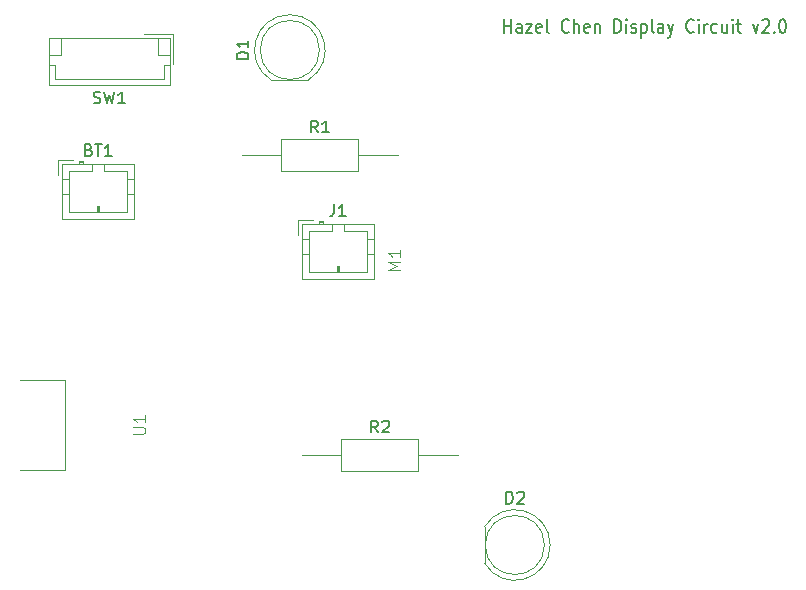
<source format=gbr>
%TF.GenerationSoftware,KiCad,Pcbnew,8.0.8*%
%TF.CreationDate,2025-03-02T00:43:29-07:00*%
%TF.ProjectId,techin514-final-project,74656368-696e-4353-9134-2d66696e616c,rev?*%
%TF.SameCoordinates,Original*%
%TF.FileFunction,Legend,Top*%
%TF.FilePolarity,Positive*%
%FSLAX46Y46*%
G04 Gerber Fmt 4.6, Leading zero omitted, Abs format (unit mm)*
G04 Created by KiCad (PCBNEW 8.0.8) date 2025-03-02 00:43:29*
%MOMM*%
%LPD*%
G01*
G04 APERTURE LIST*
%ADD10C,0.200000*%
%ADD11C,0.150000*%
%ADD12C,0.100000*%
%ADD13C,0.120000*%
G04 APERTURE END LIST*
D10*
X104509673Y-63342742D02*
X104509673Y-62142742D01*
X104509673Y-62714171D02*
X105081101Y-62714171D01*
X105081101Y-63342742D02*
X105081101Y-62142742D01*
X105985863Y-63342742D02*
X105985863Y-62714171D01*
X105985863Y-62714171D02*
X105938244Y-62599885D01*
X105938244Y-62599885D02*
X105843006Y-62542742D01*
X105843006Y-62542742D02*
X105652530Y-62542742D01*
X105652530Y-62542742D02*
X105557292Y-62599885D01*
X105985863Y-63285600D02*
X105890625Y-63342742D01*
X105890625Y-63342742D02*
X105652530Y-63342742D01*
X105652530Y-63342742D02*
X105557292Y-63285600D01*
X105557292Y-63285600D02*
X105509673Y-63171314D01*
X105509673Y-63171314D02*
X105509673Y-63057028D01*
X105509673Y-63057028D02*
X105557292Y-62942742D01*
X105557292Y-62942742D02*
X105652530Y-62885600D01*
X105652530Y-62885600D02*
X105890625Y-62885600D01*
X105890625Y-62885600D02*
X105985863Y-62828457D01*
X106366816Y-62542742D02*
X106890625Y-62542742D01*
X106890625Y-62542742D02*
X106366816Y-63342742D01*
X106366816Y-63342742D02*
X106890625Y-63342742D01*
X107652530Y-63285600D02*
X107557292Y-63342742D01*
X107557292Y-63342742D02*
X107366816Y-63342742D01*
X107366816Y-63342742D02*
X107271578Y-63285600D01*
X107271578Y-63285600D02*
X107223959Y-63171314D01*
X107223959Y-63171314D02*
X107223959Y-62714171D01*
X107223959Y-62714171D02*
X107271578Y-62599885D01*
X107271578Y-62599885D02*
X107366816Y-62542742D01*
X107366816Y-62542742D02*
X107557292Y-62542742D01*
X107557292Y-62542742D02*
X107652530Y-62599885D01*
X107652530Y-62599885D02*
X107700149Y-62714171D01*
X107700149Y-62714171D02*
X107700149Y-62828457D01*
X107700149Y-62828457D02*
X107223959Y-62942742D01*
X108271578Y-63342742D02*
X108176340Y-63285600D01*
X108176340Y-63285600D02*
X108128721Y-63171314D01*
X108128721Y-63171314D02*
X108128721Y-62142742D01*
X109985864Y-63228457D02*
X109938245Y-63285600D01*
X109938245Y-63285600D02*
X109795388Y-63342742D01*
X109795388Y-63342742D02*
X109700150Y-63342742D01*
X109700150Y-63342742D02*
X109557293Y-63285600D01*
X109557293Y-63285600D02*
X109462055Y-63171314D01*
X109462055Y-63171314D02*
X109414436Y-63057028D01*
X109414436Y-63057028D02*
X109366817Y-62828457D01*
X109366817Y-62828457D02*
X109366817Y-62657028D01*
X109366817Y-62657028D02*
X109414436Y-62428457D01*
X109414436Y-62428457D02*
X109462055Y-62314171D01*
X109462055Y-62314171D02*
X109557293Y-62199885D01*
X109557293Y-62199885D02*
X109700150Y-62142742D01*
X109700150Y-62142742D02*
X109795388Y-62142742D01*
X109795388Y-62142742D02*
X109938245Y-62199885D01*
X109938245Y-62199885D02*
X109985864Y-62257028D01*
X110414436Y-63342742D02*
X110414436Y-62142742D01*
X110843007Y-63342742D02*
X110843007Y-62714171D01*
X110843007Y-62714171D02*
X110795388Y-62599885D01*
X110795388Y-62599885D02*
X110700150Y-62542742D01*
X110700150Y-62542742D02*
X110557293Y-62542742D01*
X110557293Y-62542742D02*
X110462055Y-62599885D01*
X110462055Y-62599885D02*
X110414436Y-62657028D01*
X111700150Y-63285600D02*
X111604912Y-63342742D01*
X111604912Y-63342742D02*
X111414436Y-63342742D01*
X111414436Y-63342742D02*
X111319198Y-63285600D01*
X111319198Y-63285600D02*
X111271579Y-63171314D01*
X111271579Y-63171314D02*
X111271579Y-62714171D01*
X111271579Y-62714171D02*
X111319198Y-62599885D01*
X111319198Y-62599885D02*
X111414436Y-62542742D01*
X111414436Y-62542742D02*
X111604912Y-62542742D01*
X111604912Y-62542742D02*
X111700150Y-62599885D01*
X111700150Y-62599885D02*
X111747769Y-62714171D01*
X111747769Y-62714171D02*
X111747769Y-62828457D01*
X111747769Y-62828457D02*
X111271579Y-62942742D01*
X112176341Y-62542742D02*
X112176341Y-63342742D01*
X112176341Y-62657028D02*
X112223960Y-62599885D01*
X112223960Y-62599885D02*
X112319198Y-62542742D01*
X112319198Y-62542742D02*
X112462055Y-62542742D01*
X112462055Y-62542742D02*
X112557293Y-62599885D01*
X112557293Y-62599885D02*
X112604912Y-62714171D01*
X112604912Y-62714171D02*
X112604912Y-63342742D01*
X113843008Y-63342742D02*
X113843008Y-62142742D01*
X113843008Y-62142742D02*
X114081103Y-62142742D01*
X114081103Y-62142742D02*
X114223960Y-62199885D01*
X114223960Y-62199885D02*
X114319198Y-62314171D01*
X114319198Y-62314171D02*
X114366817Y-62428457D01*
X114366817Y-62428457D02*
X114414436Y-62657028D01*
X114414436Y-62657028D02*
X114414436Y-62828457D01*
X114414436Y-62828457D02*
X114366817Y-63057028D01*
X114366817Y-63057028D02*
X114319198Y-63171314D01*
X114319198Y-63171314D02*
X114223960Y-63285600D01*
X114223960Y-63285600D02*
X114081103Y-63342742D01*
X114081103Y-63342742D02*
X113843008Y-63342742D01*
X114843008Y-63342742D02*
X114843008Y-62542742D01*
X114843008Y-62142742D02*
X114795389Y-62199885D01*
X114795389Y-62199885D02*
X114843008Y-62257028D01*
X114843008Y-62257028D02*
X114890627Y-62199885D01*
X114890627Y-62199885D02*
X114843008Y-62142742D01*
X114843008Y-62142742D02*
X114843008Y-62257028D01*
X115271579Y-63285600D02*
X115366817Y-63342742D01*
X115366817Y-63342742D02*
X115557293Y-63342742D01*
X115557293Y-63342742D02*
X115652531Y-63285600D01*
X115652531Y-63285600D02*
X115700150Y-63171314D01*
X115700150Y-63171314D02*
X115700150Y-63114171D01*
X115700150Y-63114171D02*
X115652531Y-62999885D01*
X115652531Y-62999885D02*
X115557293Y-62942742D01*
X115557293Y-62942742D02*
X115414436Y-62942742D01*
X115414436Y-62942742D02*
X115319198Y-62885600D01*
X115319198Y-62885600D02*
X115271579Y-62771314D01*
X115271579Y-62771314D02*
X115271579Y-62714171D01*
X115271579Y-62714171D02*
X115319198Y-62599885D01*
X115319198Y-62599885D02*
X115414436Y-62542742D01*
X115414436Y-62542742D02*
X115557293Y-62542742D01*
X115557293Y-62542742D02*
X115652531Y-62599885D01*
X116128722Y-62542742D02*
X116128722Y-63742742D01*
X116128722Y-62599885D02*
X116223960Y-62542742D01*
X116223960Y-62542742D02*
X116414436Y-62542742D01*
X116414436Y-62542742D02*
X116509674Y-62599885D01*
X116509674Y-62599885D02*
X116557293Y-62657028D01*
X116557293Y-62657028D02*
X116604912Y-62771314D01*
X116604912Y-62771314D02*
X116604912Y-63114171D01*
X116604912Y-63114171D02*
X116557293Y-63228457D01*
X116557293Y-63228457D02*
X116509674Y-63285600D01*
X116509674Y-63285600D02*
X116414436Y-63342742D01*
X116414436Y-63342742D02*
X116223960Y-63342742D01*
X116223960Y-63342742D02*
X116128722Y-63285600D01*
X117176341Y-63342742D02*
X117081103Y-63285600D01*
X117081103Y-63285600D02*
X117033484Y-63171314D01*
X117033484Y-63171314D02*
X117033484Y-62142742D01*
X117985865Y-63342742D02*
X117985865Y-62714171D01*
X117985865Y-62714171D02*
X117938246Y-62599885D01*
X117938246Y-62599885D02*
X117843008Y-62542742D01*
X117843008Y-62542742D02*
X117652532Y-62542742D01*
X117652532Y-62542742D02*
X117557294Y-62599885D01*
X117985865Y-63285600D02*
X117890627Y-63342742D01*
X117890627Y-63342742D02*
X117652532Y-63342742D01*
X117652532Y-63342742D02*
X117557294Y-63285600D01*
X117557294Y-63285600D02*
X117509675Y-63171314D01*
X117509675Y-63171314D02*
X117509675Y-63057028D01*
X117509675Y-63057028D02*
X117557294Y-62942742D01*
X117557294Y-62942742D02*
X117652532Y-62885600D01*
X117652532Y-62885600D02*
X117890627Y-62885600D01*
X117890627Y-62885600D02*
X117985865Y-62828457D01*
X118366818Y-62542742D02*
X118604913Y-63342742D01*
X118843008Y-62542742D02*
X118604913Y-63342742D01*
X118604913Y-63342742D02*
X118509675Y-63628457D01*
X118509675Y-63628457D02*
X118462056Y-63685600D01*
X118462056Y-63685600D02*
X118366818Y-63742742D01*
X120557294Y-63228457D02*
X120509675Y-63285600D01*
X120509675Y-63285600D02*
X120366818Y-63342742D01*
X120366818Y-63342742D02*
X120271580Y-63342742D01*
X120271580Y-63342742D02*
X120128723Y-63285600D01*
X120128723Y-63285600D02*
X120033485Y-63171314D01*
X120033485Y-63171314D02*
X119985866Y-63057028D01*
X119985866Y-63057028D02*
X119938247Y-62828457D01*
X119938247Y-62828457D02*
X119938247Y-62657028D01*
X119938247Y-62657028D02*
X119985866Y-62428457D01*
X119985866Y-62428457D02*
X120033485Y-62314171D01*
X120033485Y-62314171D02*
X120128723Y-62199885D01*
X120128723Y-62199885D02*
X120271580Y-62142742D01*
X120271580Y-62142742D02*
X120366818Y-62142742D01*
X120366818Y-62142742D02*
X120509675Y-62199885D01*
X120509675Y-62199885D02*
X120557294Y-62257028D01*
X120985866Y-63342742D02*
X120985866Y-62542742D01*
X120985866Y-62142742D02*
X120938247Y-62199885D01*
X120938247Y-62199885D02*
X120985866Y-62257028D01*
X120985866Y-62257028D02*
X121033485Y-62199885D01*
X121033485Y-62199885D02*
X120985866Y-62142742D01*
X120985866Y-62142742D02*
X120985866Y-62257028D01*
X121462056Y-63342742D02*
X121462056Y-62542742D01*
X121462056Y-62771314D02*
X121509675Y-62657028D01*
X121509675Y-62657028D02*
X121557294Y-62599885D01*
X121557294Y-62599885D02*
X121652532Y-62542742D01*
X121652532Y-62542742D02*
X121747770Y-62542742D01*
X122509675Y-63285600D02*
X122414437Y-63342742D01*
X122414437Y-63342742D02*
X122223961Y-63342742D01*
X122223961Y-63342742D02*
X122128723Y-63285600D01*
X122128723Y-63285600D02*
X122081104Y-63228457D01*
X122081104Y-63228457D02*
X122033485Y-63114171D01*
X122033485Y-63114171D02*
X122033485Y-62771314D01*
X122033485Y-62771314D02*
X122081104Y-62657028D01*
X122081104Y-62657028D02*
X122128723Y-62599885D01*
X122128723Y-62599885D02*
X122223961Y-62542742D01*
X122223961Y-62542742D02*
X122414437Y-62542742D01*
X122414437Y-62542742D02*
X122509675Y-62599885D01*
X123366818Y-62542742D02*
X123366818Y-63342742D01*
X122938247Y-62542742D02*
X122938247Y-63171314D01*
X122938247Y-63171314D02*
X122985866Y-63285600D01*
X122985866Y-63285600D02*
X123081104Y-63342742D01*
X123081104Y-63342742D02*
X123223961Y-63342742D01*
X123223961Y-63342742D02*
X123319199Y-63285600D01*
X123319199Y-63285600D02*
X123366818Y-63228457D01*
X123843009Y-63342742D02*
X123843009Y-62542742D01*
X123843009Y-62142742D02*
X123795390Y-62199885D01*
X123795390Y-62199885D02*
X123843009Y-62257028D01*
X123843009Y-62257028D02*
X123890628Y-62199885D01*
X123890628Y-62199885D02*
X123843009Y-62142742D01*
X123843009Y-62142742D02*
X123843009Y-62257028D01*
X124176342Y-62542742D02*
X124557294Y-62542742D01*
X124319199Y-62142742D02*
X124319199Y-63171314D01*
X124319199Y-63171314D02*
X124366818Y-63285600D01*
X124366818Y-63285600D02*
X124462056Y-63342742D01*
X124462056Y-63342742D02*
X124557294Y-63342742D01*
X125557295Y-62542742D02*
X125795390Y-63342742D01*
X125795390Y-63342742D02*
X126033485Y-62542742D01*
X126366819Y-62257028D02*
X126414438Y-62199885D01*
X126414438Y-62199885D02*
X126509676Y-62142742D01*
X126509676Y-62142742D02*
X126747771Y-62142742D01*
X126747771Y-62142742D02*
X126843009Y-62199885D01*
X126843009Y-62199885D02*
X126890628Y-62257028D01*
X126890628Y-62257028D02*
X126938247Y-62371314D01*
X126938247Y-62371314D02*
X126938247Y-62485600D01*
X126938247Y-62485600D02*
X126890628Y-62657028D01*
X126890628Y-62657028D02*
X126319200Y-63342742D01*
X126319200Y-63342742D02*
X126938247Y-63342742D01*
X127366819Y-63228457D02*
X127414438Y-63285600D01*
X127414438Y-63285600D02*
X127366819Y-63342742D01*
X127366819Y-63342742D02*
X127319200Y-63285600D01*
X127319200Y-63285600D02*
X127366819Y-63228457D01*
X127366819Y-63228457D02*
X127366819Y-63342742D01*
X128033485Y-62142742D02*
X128128723Y-62142742D01*
X128128723Y-62142742D02*
X128223961Y-62199885D01*
X128223961Y-62199885D02*
X128271580Y-62257028D01*
X128271580Y-62257028D02*
X128319199Y-62371314D01*
X128319199Y-62371314D02*
X128366818Y-62599885D01*
X128366818Y-62599885D02*
X128366818Y-62885600D01*
X128366818Y-62885600D02*
X128319199Y-63114171D01*
X128319199Y-63114171D02*
X128271580Y-63228457D01*
X128271580Y-63228457D02*
X128223961Y-63285600D01*
X128223961Y-63285600D02*
X128128723Y-63342742D01*
X128128723Y-63342742D02*
X128033485Y-63342742D01*
X128033485Y-63342742D02*
X127938247Y-63285600D01*
X127938247Y-63285600D02*
X127890628Y-63228457D01*
X127890628Y-63228457D02*
X127843009Y-63114171D01*
X127843009Y-63114171D02*
X127795390Y-62885600D01*
X127795390Y-62885600D02*
X127795390Y-62599885D01*
X127795390Y-62599885D02*
X127843009Y-62371314D01*
X127843009Y-62371314D02*
X127890628Y-62257028D01*
X127890628Y-62257028D02*
X127938247Y-62199885D01*
X127938247Y-62199885D02*
X128033485Y-62142742D01*
D11*
X90106666Y-77834819D02*
X90106666Y-78549104D01*
X90106666Y-78549104D02*
X90059047Y-78691961D01*
X90059047Y-78691961D02*
X89963809Y-78787200D01*
X89963809Y-78787200D02*
X89820952Y-78834819D01*
X89820952Y-78834819D02*
X89725714Y-78834819D01*
X91106666Y-78834819D02*
X90535238Y-78834819D01*
X90820952Y-78834819D02*
X90820952Y-77834819D01*
X90820952Y-77834819D02*
X90725714Y-77977676D01*
X90725714Y-77977676D02*
X90630476Y-78072914D01*
X90630476Y-78072914D02*
X90535238Y-78120533D01*
X104671905Y-103174819D02*
X104671905Y-102174819D01*
X104671905Y-102174819D02*
X104910000Y-102174819D01*
X104910000Y-102174819D02*
X105052857Y-102222438D01*
X105052857Y-102222438D02*
X105148095Y-102317676D01*
X105148095Y-102317676D02*
X105195714Y-102412914D01*
X105195714Y-102412914D02*
X105243333Y-102603390D01*
X105243333Y-102603390D02*
X105243333Y-102746247D01*
X105243333Y-102746247D02*
X105195714Y-102936723D01*
X105195714Y-102936723D02*
X105148095Y-103031961D01*
X105148095Y-103031961D02*
X105052857Y-103127200D01*
X105052857Y-103127200D02*
X104910000Y-103174819D01*
X104910000Y-103174819D02*
X104671905Y-103174819D01*
X105624286Y-102270057D02*
X105671905Y-102222438D01*
X105671905Y-102222438D02*
X105767143Y-102174819D01*
X105767143Y-102174819D02*
X106005238Y-102174819D01*
X106005238Y-102174819D02*
X106100476Y-102222438D01*
X106100476Y-102222438D02*
X106148095Y-102270057D01*
X106148095Y-102270057D02*
X106195714Y-102365295D01*
X106195714Y-102365295D02*
X106195714Y-102460533D01*
X106195714Y-102460533D02*
X106148095Y-102603390D01*
X106148095Y-102603390D02*
X105576667Y-103174819D01*
X105576667Y-103174819D02*
X106195714Y-103174819D01*
X69746667Y-69247200D02*
X69889524Y-69294819D01*
X69889524Y-69294819D02*
X70127619Y-69294819D01*
X70127619Y-69294819D02*
X70222857Y-69247200D01*
X70222857Y-69247200D02*
X70270476Y-69199580D01*
X70270476Y-69199580D02*
X70318095Y-69104342D01*
X70318095Y-69104342D02*
X70318095Y-69009104D01*
X70318095Y-69009104D02*
X70270476Y-68913866D01*
X70270476Y-68913866D02*
X70222857Y-68866247D01*
X70222857Y-68866247D02*
X70127619Y-68818628D01*
X70127619Y-68818628D02*
X69937143Y-68771009D01*
X69937143Y-68771009D02*
X69841905Y-68723390D01*
X69841905Y-68723390D02*
X69794286Y-68675771D01*
X69794286Y-68675771D02*
X69746667Y-68580533D01*
X69746667Y-68580533D02*
X69746667Y-68485295D01*
X69746667Y-68485295D02*
X69794286Y-68390057D01*
X69794286Y-68390057D02*
X69841905Y-68342438D01*
X69841905Y-68342438D02*
X69937143Y-68294819D01*
X69937143Y-68294819D02*
X70175238Y-68294819D01*
X70175238Y-68294819D02*
X70318095Y-68342438D01*
X70651429Y-68294819D02*
X70889524Y-69294819D01*
X70889524Y-69294819D02*
X71080000Y-68580533D01*
X71080000Y-68580533D02*
X71270476Y-69294819D01*
X71270476Y-69294819D02*
X71508572Y-68294819D01*
X72413333Y-69294819D02*
X71841905Y-69294819D01*
X72127619Y-69294819D02*
X72127619Y-68294819D01*
X72127619Y-68294819D02*
X72032381Y-68437676D01*
X72032381Y-68437676D02*
X71937143Y-68532914D01*
X71937143Y-68532914D02*
X71841905Y-68580533D01*
D12*
X95707419Y-83359523D02*
X94707419Y-83359523D01*
X94707419Y-83359523D02*
X95421704Y-83026190D01*
X95421704Y-83026190D02*
X94707419Y-82692857D01*
X94707419Y-82692857D02*
X95707419Y-82692857D01*
X95707419Y-81692857D02*
X95707419Y-82264285D01*
X95707419Y-81978571D02*
X94707419Y-81978571D01*
X94707419Y-81978571D02*
X94850276Y-82073809D01*
X94850276Y-82073809D02*
X94945514Y-82169047D01*
X94945514Y-82169047D02*
X94993133Y-82264285D01*
D11*
X88733333Y-71744819D02*
X88400000Y-71268628D01*
X88161905Y-71744819D02*
X88161905Y-70744819D01*
X88161905Y-70744819D02*
X88542857Y-70744819D01*
X88542857Y-70744819D02*
X88638095Y-70792438D01*
X88638095Y-70792438D02*
X88685714Y-70840057D01*
X88685714Y-70840057D02*
X88733333Y-70935295D01*
X88733333Y-70935295D02*
X88733333Y-71078152D01*
X88733333Y-71078152D02*
X88685714Y-71173390D01*
X88685714Y-71173390D02*
X88638095Y-71221009D01*
X88638095Y-71221009D02*
X88542857Y-71268628D01*
X88542857Y-71268628D02*
X88161905Y-71268628D01*
X89685714Y-71744819D02*
X89114286Y-71744819D01*
X89400000Y-71744819D02*
X89400000Y-70744819D01*
X89400000Y-70744819D02*
X89304762Y-70887676D01*
X89304762Y-70887676D02*
X89209524Y-70982914D01*
X89209524Y-70982914D02*
X89114286Y-71030533D01*
D12*
X73117419Y-97281904D02*
X73926942Y-97281904D01*
X73926942Y-97281904D02*
X74022180Y-97234285D01*
X74022180Y-97234285D02*
X74069800Y-97186666D01*
X74069800Y-97186666D02*
X74117419Y-97091428D01*
X74117419Y-97091428D02*
X74117419Y-96900952D01*
X74117419Y-96900952D02*
X74069800Y-96805714D01*
X74069800Y-96805714D02*
X74022180Y-96758095D01*
X74022180Y-96758095D02*
X73926942Y-96710476D01*
X73926942Y-96710476D02*
X73117419Y-96710476D01*
X74117419Y-95710476D02*
X74117419Y-96281904D01*
X74117419Y-95996190D02*
X73117419Y-95996190D01*
X73117419Y-95996190D02*
X73260276Y-96091428D01*
X73260276Y-96091428D02*
X73355514Y-96186666D01*
X73355514Y-96186666D02*
X73403133Y-96281904D01*
D11*
X93813333Y-97144819D02*
X93480000Y-96668628D01*
X93241905Y-97144819D02*
X93241905Y-96144819D01*
X93241905Y-96144819D02*
X93622857Y-96144819D01*
X93622857Y-96144819D02*
X93718095Y-96192438D01*
X93718095Y-96192438D02*
X93765714Y-96240057D01*
X93765714Y-96240057D02*
X93813333Y-96335295D01*
X93813333Y-96335295D02*
X93813333Y-96478152D01*
X93813333Y-96478152D02*
X93765714Y-96573390D01*
X93765714Y-96573390D02*
X93718095Y-96621009D01*
X93718095Y-96621009D02*
X93622857Y-96668628D01*
X93622857Y-96668628D02*
X93241905Y-96668628D01*
X94194286Y-96240057D02*
X94241905Y-96192438D01*
X94241905Y-96192438D02*
X94337143Y-96144819D01*
X94337143Y-96144819D02*
X94575238Y-96144819D01*
X94575238Y-96144819D02*
X94670476Y-96192438D01*
X94670476Y-96192438D02*
X94718095Y-96240057D01*
X94718095Y-96240057D02*
X94765714Y-96335295D01*
X94765714Y-96335295D02*
X94765714Y-96430533D01*
X94765714Y-96430533D02*
X94718095Y-96573390D01*
X94718095Y-96573390D02*
X94146667Y-97144819D01*
X94146667Y-97144819D02*
X94765714Y-97144819D01*
X82854819Y-65508094D02*
X81854819Y-65508094D01*
X81854819Y-65508094D02*
X81854819Y-65269999D01*
X81854819Y-65269999D02*
X81902438Y-65127142D01*
X81902438Y-65127142D02*
X81997676Y-65031904D01*
X81997676Y-65031904D02*
X82092914Y-64984285D01*
X82092914Y-64984285D02*
X82283390Y-64936666D01*
X82283390Y-64936666D02*
X82426247Y-64936666D01*
X82426247Y-64936666D02*
X82616723Y-64984285D01*
X82616723Y-64984285D02*
X82711961Y-65031904D01*
X82711961Y-65031904D02*
X82807200Y-65127142D01*
X82807200Y-65127142D02*
X82854819Y-65269999D01*
X82854819Y-65269999D02*
X82854819Y-65508094D01*
X82854819Y-63984285D02*
X82854819Y-64555713D01*
X82854819Y-64269999D02*
X81854819Y-64269999D01*
X81854819Y-64269999D02*
X81997676Y-64365237D01*
X81997676Y-64365237D02*
X82092914Y-64460475D01*
X82092914Y-64460475D02*
X82140533Y-64555713D01*
X69334285Y-73231009D02*
X69477142Y-73278628D01*
X69477142Y-73278628D02*
X69524761Y-73326247D01*
X69524761Y-73326247D02*
X69572380Y-73421485D01*
X69572380Y-73421485D02*
X69572380Y-73564342D01*
X69572380Y-73564342D02*
X69524761Y-73659580D01*
X69524761Y-73659580D02*
X69477142Y-73707200D01*
X69477142Y-73707200D02*
X69381904Y-73754819D01*
X69381904Y-73754819D02*
X69000952Y-73754819D01*
X69000952Y-73754819D02*
X69000952Y-72754819D01*
X69000952Y-72754819D02*
X69334285Y-72754819D01*
X69334285Y-72754819D02*
X69429523Y-72802438D01*
X69429523Y-72802438D02*
X69477142Y-72850057D01*
X69477142Y-72850057D02*
X69524761Y-72945295D01*
X69524761Y-72945295D02*
X69524761Y-73040533D01*
X69524761Y-73040533D02*
X69477142Y-73135771D01*
X69477142Y-73135771D02*
X69429523Y-73183390D01*
X69429523Y-73183390D02*
X69334285Y-73231009D01*
X69334285Y-73231009D02*
X69000952Y-73231009D01*
X69858095Y-72754819D02*
X70429523Y-72754819D01*
X70143809Y-73754819D02*
X70143809Y-72754819D01*
X71286666Y-73754819D02*
X70715238Y-73754819D01*
X71000952Y-73754819D02*
X71000952Y-72754819D01*
X71000952Y-72754819D02*
X70905714Y-72897676D01*
X70905714Y-72897676D02*
X70810476Y-72992914D01*
X70810476Y-72992914D02*
X70715238Y-73040533D01*
D13*
%TO.C,J1*%
X87080000Y-79170000D02*
X87080000Y-80420000D01*
X87380000Y-79470000D02*
X87380000Y-84190000D01*
X87380000Y-80780000D02*
X87990000Y-80780000D01*
X87380000Y-82080000D02*
X87990000Y-82080000D01*
X87380000Y-84190000D02*
X93500000Y-84190000D01*
X87990000Y-80080000D02*
X87990000Y-83580000D01*
X87990000Y-83580000D02*
X92890000Y-83580000D01*
X88330000Y-79170000D02*
X87080000Y-79170000D01*
X88840000Y-79270000D02*
X88840000Y-79470000D01*
X89140000Y-79270000D02*
X88840000Y-79270000D01*
X89140000Y-79370000D02*
X88840000Y-79370000D01*
X89140000Y-79470000D02*
X89140000Y-79270000D01*
X89940000Y-79470000D02*
X89940000Y-80080000D01*
X89940000Y-80080000D02*
X87990000Y-80080000D01*
X90340000Y-83080000D02*
X90540000Y-83080000D01*
X90340000Y-83580000D02*
X90340000Y-83080000D01*
X90440000Y-83580000D02*
X90440000Y-83080000D01*
X90540000Y-83080000D02*
X90540000Y-83580000D01*
X90940000Y-80080000D02*
X90940000Y-79470000D01*
X92890000Y-80080000D02*
X90940000Y-80080000D01*
X92890000Y-83580000D02*
X92890000Y-80080000D01*
X93500000Y-79470000D02*
X87380000Y-79470000D01*
X93500000Y-80780000D02*
X92890000Y-80780000D01*
X93500000Y-82080000D02*
X92890000Y-82080000D01*
X93500000Y-84190000D02*
X93500000Y-79470000D01*
%TO.C,D2*%
X102850000Y-105135000D02*
X102850000Y-108225000D01*
X102850000Y-105135170D02*
G75*
G02*
X108400000Y-106679952I2560000J-1544830D01*
G01*
X108400000Y-106680048D02*
G75*
G02*
X102850000Y-108224830I-2990000J48D01*
G01*
X107910000Y-106680000D02*
G75*
G02*
X102910000Y-106680000I-2500000J0D01*
G01*
X102910000Y-106680000D02*
G75*
G02*
X107910000Y-106680000I2500000J0D01*
G01*
%TO.C,SW1*%
X65970000Y-63730000D02*
X65970000Y-67750000D01*
X65970000Y-65230000D02*
X66970000Y-65230000D01*
X65970000Y-67750000D02*
X76190000Y-67750000D01*
X66470000Y-66040000D02*
X65970000Y-66040000D01*
X66470000Y-67250000D02*
X66470000Y-66040000D01*
X66970000Y-65230000D02*
X66970000Y-63730000D01*
X75190000Y-65230000D02*
X75190000Y-63730000D01*
X75690000Y-66040000D02*
X75690000Y-67250000D01*
X75690000Y-67250000D02*
X66470000Y-67250000D01*
X76190000Y-63730000D02*
X65970000Y-63730000D01*
X76190000Y-65230000D02*
X75190000Y-65230000D01*
X76190000Y-66040000D02*
X75690000Y-66040000D01*
X76190000Y-67750000D02*
X76190000Y-63730000D01*
X76490000Y-63430000D02*
X73990000Y-63430000D01*
X76490000Y-65930000D02*
X76490000Y-63430000D01*
%TO.C,R1*%
X82320000Y-73660000D02*
X85630000Y-73660000D01*
X85630000Y-72290000D02*
X85630000Y-75030000D01*
X85630000Y-75030000D02*
X92170000Y-75030000D01*
X92170000Y-72290000D02*
X85630000Y-72290000D01*
X92170000Y-75030000D02*
X92170000Y-72290000D01*
X95480000Y-73660000D02*
X92170000Y-73660000D01*
D12*
%TO.C,U1*%
X63500000Y-100330000D02*
X67310000Y-100330000D01*
X67310000Y-92710000D02*
X63500000Y-92710000D01*
X67310000Y-100330000D02*
X67310000Y-92710000D01*
D13*
%TO.C,R2*%
X87400000Y-99060000D02*
X90710000Y-99060000D01*
X90710000Y-97690000D02*
X90710000Y-100430000D01*
X90710000Y-100430000D02*
X97250000Y-100430000D01*
X97250000Y-97690000D02*
X90710000Y-97690000D01*
X97250000Y-100430000D02*
X97250000Y-97690000D01*
X100560000Y-99060000D02*
X97250000Y-99060000D01*
%TO.C,D1*%
X84815000Y-67330000D02*
X87905000Y-67330000D01*
X84815170Y-67330000D02*
G75*
G02*
X86359952Y-61780000I1544830J2560000D01*
G01*
X86360048Y-61780000D02*
G75*
G02*
X87904830Y-67330000I-48J-2990000D01*
G01*
X88860000Y-64770000D02*
G75*
G02*
X83860000Y-64770000I-2500000J0D01*
G01*
X83860000Y-64770000D02*
G75*
G02*
X88860000Y-64770000I2500000J0D01*
G01*
%TO.C,BT1*%
X66760000Y-74090000D02*
X66760000Y-75340000D01*
X67060000Y-74390000D02*
X67060000Y-79110000D01*
X67060000Y-75700000D02*
X67670000Y-75700000D01*
X67060000Y-77000000D02*
X67670000Y-77000000D01*
X67060000Y-79110000D02*
X73180000Y-79110000D01*
X67670000Y-75000000D02*
X67670000Y-78500000D01*
X67670000Y-78500000D02*
X72570000Y-78500000D01*
X68010000Y-74090000D02*
X66760000Y-74090000D01*
X68520000Y-74190000D02*
X68520000Y-74390000D01*
X68820000Y-74190000D02*
X68520000Y-74190000D01*
X68820000Y-74290000D02*
X68520000Y-74290000D01*
X68820000Y-74390000D02*
X68820000Y-74190000D01*
X69620000Y-74390000D02*
X69620000Y-75000000D01*
X69620000Y-75000000D02*
X67670000Y-75000000D01*
X70020000Y-78000000D02*
X70220000Y-78000000D01*
X70020000Y-78500000D02*
X70020000Y-78000000D01*
X70120000Y-78500000D02*
X70120000Y-78000000D01*
X70220000Y-78000000D02*
X70220000Y-78500000D01*
X70620000Y-75000000D02*
X70620000Y-74390000D01*
X72570000Y-75000000D02*
X70620000Y-75000000D01*
X72570000Y-78500000D02*
X72570000Y-75000000D01*
X73180000Y-74390000D02*
X67060000Y-74390000D01*
X73180000Y-75700000D02*
X72570000Y-75700000D01*
X73180000Y-77000000D02*
X72570000Y-77000000D01*
X73180000Y-79110000D02*
X73180000Y-74390000D01*
%TD*%
M02*

</source>
